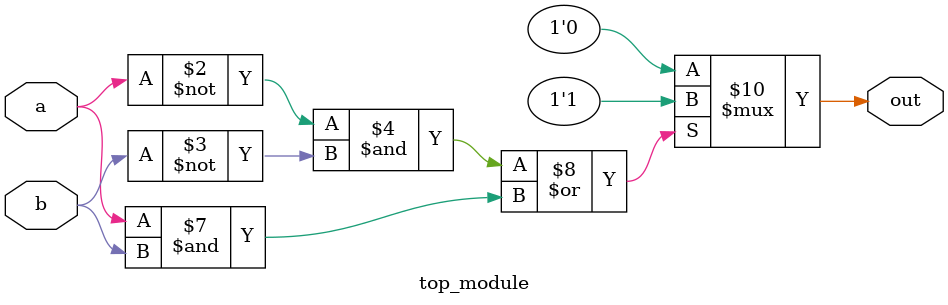
<source format=v>
module top_module( 
    input a, 
    input b, 
    output out );
    always @(a|b)
    if ((a==1'b0 & b==1'b0) |  (a==1'b1 & b==1'b1 ))
        out=1'b1;
    else 
         out =1'b0;

endmodule

</source>
